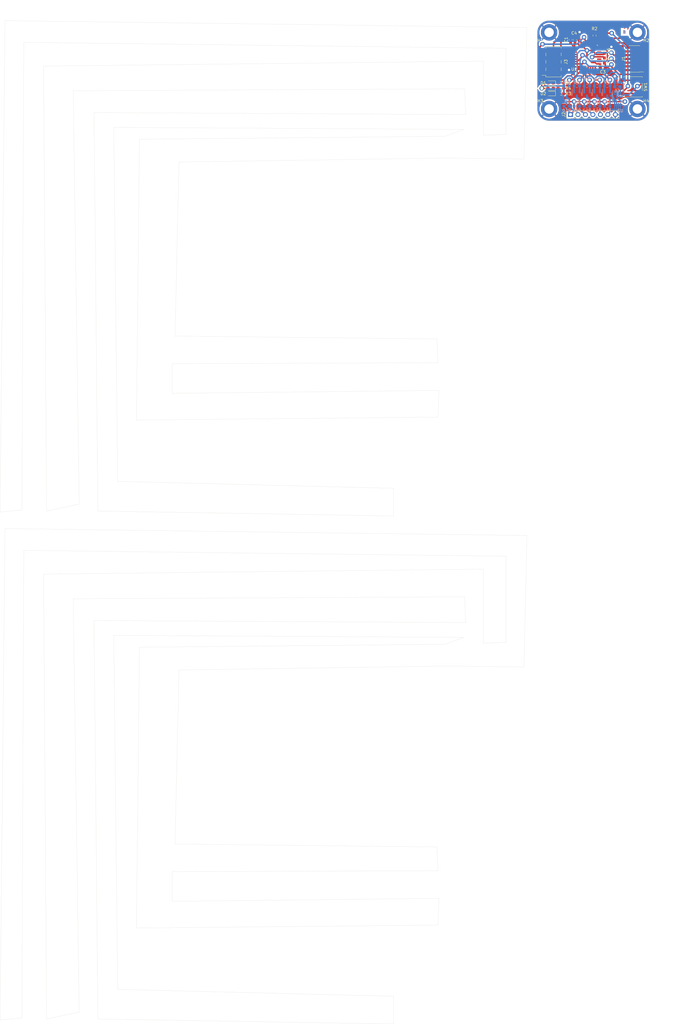
<source format=kicad_pcb>
(kicad_pcb (version 20221018) (generator pcbnew)
  (layers (0 "F.Cu" signal) (31 "B.Cu" signal) (34 "B.Paste" user) (35 "F.Paste" user) (36 "B.SilkS" user "B.Silkscreen") (37 "F.SilkS" user "F.Silkscreen") (38 "B.Mask" user) (39 "F.Mask" user) (44 "Edge.Cuts" user))
  (net 0 "")
  (net 1 "+5V-v2-")
  (net 2 "GND-v2-")
  (net 3 "+3.3V-v2-")
  (net 4 "Net-(D1-K)-v2-")
  (net 6 "Net-(D3-K)-v2-")
  (net 7 "Status_LED-v2-")
  (net 8 "Data_Clock_SNES-v2-")
  (net 9 "Data_Latch_SNES-v2-")
  (net 10 "Net-(D2-K)-v2-")
  (net 11 "Serial_Data1_SNES-v2-")
  (net 12 "Serial_Data2_SNES-v2-")
  (net 13 "SPI_Chip_Select-v2-")
  (net 14 "Chip_Enable-v2-")
  (net 15 "SPI_Digital_Input-v2-")
  (net 16 "SPI_Clock-v2-")
  (net 17 "SPI_Digital_Output-v2-")
  (net 18 "IOBit_SNES-v2-")
  (net 19 "Data_Clock_STM32-v2-")
  (net 20 "Data_Latch_STM32-v2-")
  (net 21 "Appairing_Btn-v2-")
  (net 22 "Net-(U2-BP)-v2-")
  (net 23 "SWDIO-v2-")
  (net 24 "SWDCK-v2-")
  (net 27 "NRST-v2-")
  (net 28 "USART2_RX-v2-")
  (net 29 "USART2_TX-v2-")
  (net 30 "Serial_Data1_STM32-v2-")
  (net 31 "IOBit_STM32-v2-")
  (net 32 "Serial_Data2_STM32-v2-")
  (footprint "Diode_SMD:D_0603_1608Metric_Pad1.05x0.95mm_HandSolder" (layer "F.Cu") (at 188.26875 26.05 180)
    (fp_text reference "D2")
    (fp_text value "LED_Small")
  )
  (footprint "Capacitor_SMD:C_0603_1608Metric_Pad1.08x0.95mm_HandSolder" (layer "F.Cu") (at 195.05 7.75 90)
    (fp_text reference "C1")
    (fp_text value "10u")
  )
  (footprint "Connector_PinHeader_2.54mm:PinHeader_1x07_P2.54mm_Vertical" (layer "F.Cu") (at 195 33.15 90)
    (fp_text reference "J2")
    (fp_text value "Conn_01x07_Socket")
  )
  (footprint "Capacitor_SMD:C_0603_1608Metric_Pad1.08x0.95mm_HandSolder" (layer "F.Cu") (at 206.51 14.8025 90)
    (fp_text reference "C2")
    (fp_text value "100n")
  )
  (footprint "Diode_SMD:D_0603_1608Metric_Pad1.05x0.95mm_HandSolder" (layer "F.Cu") (at 188.26875 22.45 180)
    (fp_text reference "D1")
    (fp_text value "LED_Small")
  )
  (footprint "Button_Switch_SMD:SW_SPST_B3S-1000" (layer "F.Cu") (at 216.25 23.75 180)
    (fp_text reference "SW1")
    (fp_text value "SW_SPST")
  )
  (footprint "Capacitor_SMD:C_0603_1608Metric_Pad1.08x0.95mm_HandSolder" (layer "F.Cu") (at 206.0025 17.19)
    (fp_text reference "C3")
    (fp_text value "100n")
  )
  (footprint "MountingHole:MountingHole_3.2mm_M3_DIN965_Pad" (layer "F.Cu") (at 187.75 31.25)
    (fp_text reference "H3")
    (fp_text value "MountingHole_Pad")
  )
  (footprint "MountingHole:MountingHole_3.2mm_M3_DIN965_Pad" (layer "F.Cu") (at 187.75 5.25)
    (fp_text reference "H1")
    (fp_text value "MountingHole_Pad")
  )
  (footprint "MountingHole:MountingHole_3.2mm_M3_DIN965_Pad" (layer "F.Cu") (at 217.75 5.25)
    (fp_text reference "H2")
    (fp_text value "MountingHole_Pad")
  )
  (footprint "Package_QFP:LQFP-32_7x7mm_P0.8mm" (layer "F.Cu") (at 200.6 13.15 180)
    (fp_text reference "U1")
    (fp_text value "STM32L412KBTx")
  )
  (footprint "Connector_PinHeader_1.27mm:PinHeader_2x07_P1.27mm_Vertical_SMD" (layer "F.Cu") (at 216.75 14.25 180)
    (fp_text reference "J1")
    (fp_text value "Conn_02x07_Odd_Even")
  )
  (footprint "Resistor_SMD:R_0603_1608Metric_Pad0.98x0.95mm_HandSolder" (layer "F.Cu") (at 203.17 6.32 90)
    (fp_text reference "R2")
    (fp_text value "10k")
  )
  (footprint "Diode_SMD:D_0603_1608Metric_Pad1.05x0.95mm_HandSolder" (layer "F.Cu") (at 188.26875 24.25 180)
    (fp_text reference "D3")
    (fp_text value "LED")
  )
  (footprint "Connector_PinSocket_2.54mm:PinSocket_2x04_P2.54mm_Vertical_SMD" (layer "F.Cu") (at 189.25 15.25 180)
    (fp_text reference "J3")
    (fp_text value "Conn_01x08_Socket")
  )
  (footprint "Resistor_SMD:R_0603_1608Metric_Pad0.98x0.95mm_HandSolder" (layer "F.Cu") (at 191.76875 24.25)
    (fp_text reference "R4")
    (fp_text value "1k")
  )
  (footprint "Resistor_SMD:R_0603_1608Metric_Pad0.98x0.95mm_HandSolder" (layer "F.Cu") (at 191.76875 26.05)
    (fp_text reference "R3")
    (fp_text value "1k")
  )
  (footprint "Resistor_SMD:R_0603_1608Metric_Pad0.98x0.95mm_HandSolder" (layer "F.Cu") (at 191.76875 22.45)
    (fp_text reference "R1")
    (fp_text value "1k")
  )
  (footprint "Capacitor_SMD:C_0603_1608Metric_Pad1.08x0.95mm_HandSolder" (layer "F.Cu") (at 206.51 11.5 90)
    (fp_text reference "C5")
    (fp_text value "100n")
  )
  (footprint "MountingHole:MountingHole_3.2mm_M3_DIN965_Pad" (layer "F.Cu") (at 217.75 31.25)
    (fp_text reference "H4")
    (fp_text value "MountingHole_Pad")
  )
  (footprint "Capacitor_SMD:C_0603_1608Metric_Pad1.08x0.95mm_HandSolder" (layer "F.Cu") (at 196.55 7.75 90)
    (fp_text reference "C4")
    (fp_text value "100n")
  )
  (footprint "Package_TO_SOT_SMD:SOT-23" (layer "B.Cu") (at 200.6 26.15 -90)
    (fp_text reference "Q3")
    (fp_text value "2N7002")
  )
  (footprint "Resistor_SMD:R_0603_1608Metric_Pad0.98x0.95mm_HandSolder" (layer "B.Cu") (at 207.5 30.35)
    (fp_text reference "R14")
    (fp_text value "10k")
  )
  (footprint "Capacitor_SMD:C_0603_1608Metric_Pad1.08x0.95mm_HandSolder" (layer "B.Cu") (at 210.9 23.7 180)
    (fp_text reference "C6")
    (fp_text value "470p")
  )
  (footprint "Resistor_SMD:R_0603_1608Metric_Pad0.98x0.95mm_HandSolder" (layer "B.Cu") (at 193.7 23.45)
    (fp_text reference "R5")
    (fp_text value "10k")
  )
  (footprint "Resistor_SMD:R_0603_1608Metric_Pad0.98x0.95mm_HandSolder" (layer "B.Cu") (at 197.15 30.35)
    (fp_text reference "R11")
    (fp_text value "10k")
  )
  (footprint "Resistor_SMD:R_0603_1608Metric_Pad0.98x0.95mm_HandSolder" (layer "B.Cu") (at 204.05 30.35)
    (fp_text reference "R13")
    (fp_text value "10k")
  )
  (footprint "Resistor_SMD:R_0603_1608Metric_Pad0.98x0.95mm_HandSolder" (layer "B.Cu") (at 204.05 23.45)
    (fp_text reference "R8")
    (fp_text value "10k")
  )
  (footprint "Package_TO_SOT_SMD:SOT-23" (layer "B.Cu") (at 193.7 26.15 -90)
    (fp_text reference "Q1")
    (fp_text value "2N7002")
  )
  (footprint "Capacitor_SMD:C_0603_1608Metric_Pad1.08x0.95mm_HandSolder" (layer "B.Cu") (at 210.9 22.2 180)
    (fp_text reference "C7")
    (fp_text value "2.2u")
  )
  (footprint "Resistor_SMD:R_0603_1608Metric_Pad0.98x0.95mm_HandSolder" (layer "B.Cu") (at 200.6 23.45)
    (fp_text reference "R7")
    (fp_text value "10k")
  )
  (footprint "Resistor_SMD:R_0603_1608Metric_Pad0.98x0.95mm_HandSolder" (layer "B.Cu") (at 207.5 23.45)
    (fp_text reference "R9")
    (fp_text value "10k")
  )
  (footprint "Resistor_SMD:R_0603_1608Metric_Pad0.98x0.95mm_HandSolder" (layer "B.Cu") (at 193.7 30.35)
    (fp_text reference "R10")
    (fp_text value "10k")
  )
  (footprint "Resistor_SMD:R_0603_1608Metric_Pad0.98x0.95mm_HandSolder" (layer "B.Cu") (at 200.6 30.35)
    (fp_text reference "R12")
    (fp_text value "10k")
  )
  (footprint "Package_TO_SOT_SMD:SOT-23" (layer "B.Cu") (at 207.5 26.15 -90)
    (fp_text reference "Q5")
    (fp_text value "2N7002")
  )
  (footprint "Package_SO:MSOP-8_3x3mm_P0.65mm" (layer "B.Cu") (at 211.0125 27.9 -90)
    (fp_text reference "U2")
    (fp_text value "MIC5219-3.3YMM")
  )
  (footprint "Package_TO_SOT_SMD:SOT-23" (layer "B.Cu") (at 204.05 26.15 -90)
    (fp_text reference "Q4")
    (fp_text value "2N7002")
  )
  (footprint "Resistor_SMD:R_0603_1608Metric_Pad0.98x0.95mm_HandSolder" (layer "B.Cu") (at 197.15 23.45)
    (fp_text reference "R6")
    (fp_text value "10k")
  )
  (footprint "Package_TO_SOT_SMD:SOT-23" (layer "B.Cu") (at 197.15 26.15 -90)
    (fp_text reference "Q2")
    (fp_text value "2N7002")
  )
  (gr_arc (start 217.75 1.25) (mid 220.578427 2.421573) (end 221.75 5.25) (stroke (width 0.1)) (layer "Edge.Cuts"))
  (gr_line (start 165.439937 212.69989) (end 165.439937 187.51989) (stroke (width 0.05)) (layer "Edge.Cuts"))
  (gr_line (start 48.599937 41.53989) (end 47.589937 136.89989) (stroke (width 0.05)) (layer "Edge.Cuts"))
  (gr_line (start 165.439937 15.01989) (end 16.029937 16.69989) (stroke (width 0.05)) (layer "Edge.Cuts"))
  (gr_line (start 48.599937 214.03989) (end 47.589937 309.39989) (stroke (width 0.05)) (layer "Edge.Cuts"))
  (gr_line (start 47.589937 136.89989) (end 149.999937 135.88989) (stroke (width 0.05)) (layer "Edge.Cuts"))
  (gr_line (start 159.059937 24.41989) (end 159.399937 33.14989) (stroke (width 0.05)) (layer "Edge.Cuts"))
  (gr_line (start 180.219937 3.59989) (end 2.929937 1.24989) (stroke (width 0.05)) (layer "Edge.Cuts"))
  (gr_line (start 187.75 1.25) (end 217.75 1.25) (stroke (width 0.1)) (layer "Edge.Cuts"))
  (gr_line (start 8.639937 167.44989) (end 9.309937 8.63989) (stroke (width 0.05)) (layer "Edge.Cuts"))
  (gr_line (start 134.889937 169.46989) (end 134.889937 160.06989) (stroke (width 0.05)) (layer "Edge.Cuts"))
  (gr_line (start 39.869937 37.50989) (end 158.729937 38.18989) (stroke (width 0.05)) (layer "Edge.Cuts"))
  (gr_line (start 1.249937 168.12989) (end 8.639937 167.44989) (stroke (width 0.05)) (layer "Edge.Cuts"))
  (gr_line (start 179.209937 220.75989) (end 180.219937 176.09989) (stroke (width 0.05)) (layer "Edge.Cuts"))
  (gr_line (start 217.75 35.25) (end 187.75 35.25) (stroke (width 0.1)) (layer "Edge.Cuts"))
  (gr_line (start 150.329937 126.82989) (end 59.679937 127.82989) (stroke (width 0.05)) (layer "Edge.Cuts"))
  (gr_line (start 62.029937 49.26989) (end 153.019937 47.91989) (stroke (width 0.05)) (layer "Edge.Cuts"))
  (gr_line (start 150.329937 299.32989) (end 59.679937 300.32989) (stroke (width 0.05)) (layer "Edge.Cuts"))
  (gr_line (start 59.679937 117.75989) (end 149.999937 117.42989) (stroke (width 0.05)) (layer "Edge.Cuts"))
  (gr_arc (start 221.75 31.25) (mid 220.578427 34.078427) (end 217.75 35.25) (stroke (width 0.1)) (layer "Edge.Cuts"))
  (gr_line (start 62.029937 221.76989) (end 153.019937 220.41989) (stroke (width 0.05)) (layer "Edge.Cuts"))
  (gr_line (start 34.489937 167.78989) (end 134.889937 169.46989) (stroke (width 0.05)) (layer "Edge.Cuts"))
  (gr_line (start 179.209937 48.25989) (end 180.219937 3.59989) (stroke (width 0.05)) (layer "Edge.Cuts"))
  (gr_line (start 9.309937 8.63989) (end 173.159937 10.64989) (stroke (width 0.05)) (layer "Edge.Cuts"))
  (gr_line (start 34.489937 340.28989) (end 134.889937 341.96989) (stroke (width 0.05)) (layer "Edge.Cuts"))
  (gr_line (start 26.099937 25.08989) (end 159.059937 24.41989) (stroke (width 0.05)) (layer "Edge.Cuts"))
  (gr_line (start 180.219937 176.09989) (end 2.929937 173.74989) (stroke (width 0.05)) (layer "Edge.Cuts"))
  (gr_line (start 60.679937 108.35989) (end 62.029937 49.26989) (stroke (width 0.05)) (layer "Edge.Cuts"))
  (gr_line (start 173.159937 10.64989) (end 173.159937 39.85989) (stroke (width 0.05)) (layer "Edge.Cuts"))
  (gr_line (start 165.439937 40.19989) (end 165.439937 15.01989) (stroke (width 0.05)) (layer "Edge.Cuts"))
  (gr_line (start 59.679937 300.32989) (end 59.679937 290.25989) (stroke (width 0.05)) (layer "Edge.Cuts"))
  (gr_line (start 28.119937 165.43989) (end 26.099937 25.08989) (stroke (width 0.05)) (layer "Edge.Cuts"))
  (gr_line (start 152.349937 213.03989) (end 48.599937 214.03989) (stroke (width 0.05)) (layer "Edge.Cuts"))
  (gr_line (start 59.679937 290.25989) (end 149.999937 289.92989) (stroke (width 0.05)) (layer "Edge.Cuts"))
  (gr_line (start 134.889937 341.96989) (end 134.889937 332.56989) (stroke (width 0.05)) (layer "Edge.Cuts"))
  (gr_line (start 39.869937 210.00989) (end 158.729937 210.68989) (stroke (width 0.05)) (layer "Edge.Cuts"))
  (gr_line (start 33.149937 32.47989) (end 34.489937 167.78989) (stroke (width 0.05)) (layer "Edge.Cuts"))
  (gr_line (start 41.209937 157.71989) (end 39.869937 37.50989) (stroke (width 0.05)) (layer "Edge.Cuts"))
  (gr_line (start 16.029937 16.69989) (end 17.039937 167.78989) (stroke (width 0.05)) (layer "Edge.Cuts"))
  (gr_line (start 33.149937 204.97989) (end 34.489937 340.28989) (stroke (width 0.05)) (layer "Edge.Cuts"))
  (gr_line (start 134.889937 332.56989) (end 41.209937 330.21989) (stroke (width 0.05)) (layer "Edge.Cuts"))
  (gr_line (start 173.159937 212.35989) (end 165.439937 212.69989) (stroke (width 0.05)) (layer "Edge.Cuts"))
  (gr_line (start 1.249937 340.62989) (end 8.639937 339.94989) (stroke (width 0.05)) (layer "Edge.Cuts"))
  (gr_line (start 165.439937 187.51989) (end 16.029937 189.19989) (stroke (width 0.05)) (layer "Edge.Cuts"))
  (gr_line (start 149.659937 281.86989) (end 60.679937 280.85989) (stroke (width 0.05)) (layer "Edge.Cuts"))
  (gr_line (start 221.75 5.25) (end 221.75 31.25) (stroke (width 0.1)) (layer "Edge.Cuts"))
  (gr_line (start 26.099937 197.58989) (end 159.059937 196.91989) (stroke (width 0.05)) (layer "Edge.Cuts"))
  (gr_line (start 28.119937 337.93989) (end 26.099937 197.58989) (stroke (width 0.05)) (layer "Edge.Cuts"))
  (gr_line (start 153.019937 220.41989) (end 179.209937 220.75989) (stroke (width 0.05)) (layer "Edge.Cuts"))
  (gr_line (start 59.679937 127.82989) (end 59.679937 117.75989) (stroke (width 0.05)) (layer "Edge.Cuts"))
  (gr_line (start 158.729937 38.18989) (end 152.349937 40.53989) (stroke (width 0.05)) (layer "Edge.Cuts"))
  (gr_line (start 153.019937 47.91989) (end 179.209937 48.25989) (stroke (width 0.05)) (layer "Edge.Cuts"))
  (gr_line (start 149.659937 109.36989) (end 60.679937 108.35989) (stroke (width 0.05)) (layer "Edge.Cuts"))
  (gr_line (start 16.029937 189.19989) (end 17.039937 340.28989) (stroke (width 0.05)) (layer "Edge.Cuts"))
  (gr_line (start 159.399937 33.14989) (end 33.149937 32.47989) (stroke (width 0.05)) (layer "Edge.Cuts"))
  (gr_line (start 173.159937 39.85989) (end 165.439937 40.19989) (stroke (width 0.05)) (layer "Edge.Cuts"))
  (gr_line (start 17.039937 340.28989) (end 28.119937 337.93989) (stroke (width 0.05)) (layer "Edge.Cuts"))
  (gr_line (start 2.929937 173.74989) (end 1.249937 340.62989) (stroke (width 0.05)) (layer "Edge.Cuts"))
  (gr_line (start 9.309937 181.13989) (end 173.159937 183.14989) (stroke (width 0.05)) (layer "Edge.Cuts"))
  (gr_line (start 149.999937 135.88989) (end 150.329937 126.82989) (stroke (width 0.05)) (layer "Edge.Cuts"))
  (gr_arc (start 183.75 5.25) (mid 184.921573 2.421573) (end 187.75 1.25) (stroke (width 0.1)) (layer "Edge.Cuts"))
  (gr_line (start 158.729937 210.68989) (end 152.349937 213.03989) (stroke (width 0.05)) (layer "Edge.Cuts"))
  (gr_line (start 47.589937 309.39989) (end 149.999937 308.38989) (stroke (width 0.05)) (layer "Edge.Cuts"))
  (gr_line (start 17.039937 167.78989) (end 28.119937 165.43989) (stroke (width 0.05)) (layer "Edge.Cuts"))
  (gr_line (start 183.75 31.25) (end 183.75 5.25) (stroke (width 0.1)) (layer "Edge.Cuts"))
  (gr_line (start 173.159937 183.14989) (end 173.159937 212.35989) (stroke (width 0.05)) (layer "Edge.Cuts"))
  (gr_line (start 159.399937 205.64989) (end 33.149937 204.97989) (stroke (width 0.05)) (layer "Edge.Cuts"))
  (gr_line (start 60.679937 280.85989) (end 62.029937 221.76989) (stroke (width 0.05)) (layer "Edge.Cuts"))
  (gr_arc (start 187.75 35.25) (mid 184.921573 34.078427) (end 183.75 31.25) (stroke (width 0.1)) (layer "Edge.Cuts"))
  (gr_line (start 149.999937 117.42989) (end 149.659937 109.36989) (stroke (width 0.05)) (layer "Edge.Cuts"))
  (gr_line (start 2.929937 1.24989) (end 1.249937 168.12989) (stroke (width 0.05)) (layer "Edge.Cuts"))
  (gr_line (start 41.209937 330.21989) (end 39.869937 210.00989) (stroke (width 0.05)) (layer "Edge.Cuts"))
  (gr_line (start 152.349937 40.53989) (end 48.599937 41.53989) (stroke (width 0.05)) (layer "Edge.Cuts"))
  (gr_line (start 149.999937 308.38989) (end 150.329937 299.32989) (stroke (width 0.05)) (layer "Edge.Cuts"))
  (gr_line (start 134.889937 160.06989) (end 41.209937 157.71989) (stroke (width 0.05)) (layer "Edge.Cuts"))
  (gr_line (start 159.059937 196.91989) (end 159.399937 205.64989) (stroke (width 0.05)) (layer "Edge.Cuts"))
  (gr_line (start 8.639937 339.94989) (end 9.309937 181.13989) (stroke (width 0.05)) (layer "Edge.Cuts"))
  (gr_line (start 149.999937 289.92989) (end 149.659937 281.86989) (stroke (width 0.05)) (layer "Edge.Cuts"))
  (gr_text "T" (at 212.75 5.75) (layer "F.Cu") (effects (font (size 1 1)) (justify left bottom)))
  (gr_text "SNES Plug" (at 205.75 3.75) (layer "F.Cu") (effects (font (size 1 1)) (justify left bottom)))
  (gr_text "B" (at 212.75 5.75) (layer "B.Cu") (effects (font (size 1 1)) (justify left bottom)))
  (segment (start 203.1375 28.75) (end 206.5875 28.75) (width 0.5) (layer "F.Cu") (net 1))
  (segment (start 187.39375 26.084561) (end 188.809189 27.5) (width 0.5) (layer "F.Cu") (net 1))
  (segment (start 203.1375 28.75) (end 199.6875 28.75) (width 0.5) (layer "F.Cu") (net 1))
  (segment (start 191.5 28.75) (end 196.2375 28.75) (width 0.5) (layer "F.Cu") (net 1))
  (segment (start 187.39375 26.05) (end 187.39375 26.084561) (width 0.5) (layer "F.Cu") (net 1))
  (segment (start 206.5875 28.75) (end 213.5 28.75) (width 0.5) (layer "F.Cu") (net 1))
  (segment (start 196.2375 28.75) (end 196.2375 31.9125) (width 0.5) (layer "F.Cu") (net 1))
  (segment (start 190.25 27.5) (end 191.5 28.75) (width 0.5) (layer "F.Cu") (net 1))
  (segment (start 196.2375 28.75) (end 199.6875 28.75) (width 0.3) (layer "F.Cu") (net 1))
  (segment (start 188.809189 27.5) (end 190.25 27.5) (width 0.5) (layer "F.Cu") (net 1))
  (segment (start 196.2375 31.9125) (end 195 33.15) (width 0.5) (layer "F.Cu") (net 1))
  (via (at 196.2375 28.75) (size 1.6) (drill 0.8) (layers "F.Cu" "B.Cu") (net 1))
  (via (at 199.6875 28.75) (size 1.6) (drill 0.8) (layers "F.Cu" "B.Cu") (net 1))
  (via (at 206.5875 28.75) (size 1.6) (drill 0.8) (layers "F.Cu" "B.Cu") (net 1))
  (via (at 203.1375 28.75) (size 1.6) (drill 0.8) (layers "F.Cu" "B.Cu") (net 1))
  (via (at 213.5 28.75) (size 1.6) (drill 0.8) (layers "F.Cu" "B.Cu") (net 1))
  (segment (start 196.2375 30.35) (end 196.2375 28.75) (width 0.5) (layer "B.Cu") (net 1))
  (segment (start 213.5 28.75) (end 213.4 28.65) (width 0.5) (layer "B.Cu") (net 1))
  (segment (start 195 32.5625) (end 192.7875 30.35) (width 0.5) (layer "B.Cu") (net 1))
  (segment (start 212.106739 28.65) (end 210.6875 27.230761) (width 0.5) (layer "B.Cu") (net 1))
  (segment (start 210.6875 25.7875) (end 210.6875 27.230761) (width 0.3) (layer "B.Cu") (net 1))
  (segment (start 195 33.15) (end 195 32.5625) (width 0.5) (layer "B.Cu") (net 1))
  (segment (start 213.4 28.65) (end 212.106739 28.65) (width 0.5) (layer "B.Cu") (net 1))
  (segment (start 203.1375 28.75) (end 203.1375 30.35) (width 0.5) (layer "B.Cu") (net 1))
  (segment (start 199.6875 28.75) (end 199.6875 30.35) (width 0.5) (layer "B.Cu") (net 1))
  (segment (start 206.5875 28.75) (end 206.5875 30.35) (width 0.5) (layer "B.Cu") (net 1))
  (segment (start 206.51 15.665) (end 206.51 15.591193) (width 0.5) (layer "F.Cu") (net 2))
  (segment (start 205.84 18.215) (end 206.865 17.19) (width 0.5) (layer "F.Cu") (net 2))
  (segment (start 206.865 17.19) (end 206.865 16.02) (width 0.5) (layer "F.Cu") (net 2))
  (segment (start 207.535 11.6625) (end 206.51 10.6375) (width 0.5) (layer "F.Cu") (net 2))
  (segment (start 208.899189 10.15) (end 208.411689 10.6375) (width 0.5) (layer "F.Cu") (net 2))
  (segment (start 196.55 6.8875) (end 196.55 6.7) (width 0.5) (layer "F.Cu") (net 2))
  (segment (start 204.29 18.215) (end 205.84 18.215) (width 0.5) (layer "F.Cu") (net 2))
  (segment (start 197.8 5.45) (end 197.8 8.975) (width 0.5) (layer "F.Cu") (net 2))
  (segment (start 206.865 16.02) (end 206.51 15.665) (width 0.5) (layer "F.Cu") (net 2))
  (segment (start 207.535 14.566193) (end 207.535 11.6625) (width 0.5) (layer "F.Cu") (net 2))
  (segment (start 193.44 19.06) (end 191.77 19.06) (width 0.5) (layer "F.Cu") (net 2))
  (segment (start 203.4 17.325) (end 204.29 18.215) (width 0.5) (layer "F.Cu") (net 2))
  (segment (start 206.51 15.591193) (end 207.535 14.566193) (width 0.5) (layer "F.Cu") (net 2))
  (segment (start 208.411689 10.6375) (end 206.51 10.6375) (width 0.5) (layer "F.Cu") (net 2))
  (segment (start 198.1 5.15) (end 197.8 5.45) (width 0.5) (layer "F.Cu") (net 2))
  (segment (start 194.5 18) (end 193.44 19.06) (width 0.5) (layer "F.Cu") (net 2))
  (segment (start 196.55 6.7) (end 198.1 5.15) (width 0.5) (layer "F.Cu") (net 2))
  (segment (start 195.05 6.8875) (end 196.55 6.8875) (width 0.5) (layer "F.Cu") (net 2))
  (via (at 194.5 18) (size 1.6) (drill 0.8) (layers "F.Cu" "B.Cu") (net 2))
  (via (at 210.0375 20.15) (size 1.6) (drill 0.8) (layers "F.Cu" "B.Cu") (net 2))
  (via (at 198.1 5.15) (size 1.6) (drill 0.8) (layers "F.Cu" "B.Cu") (net 2))
  (via (at 208.899189 10.15) (size 1.6) (drill 0.8) (layers "F.Cu" "B.Cu") (net 2))
  (segment (start 201.15 5.15) (end 198.1 5.15) (width 0.5) (layer "B.Cu") (net 2))
  (segment (start 210.0375 22.2) (end 210.0375 20.15) (width 0.5) (layer "B.Cu") (net 2))
  (segment (start 210.0375 22.2) (end 210.0375 23.7) (width 0.5) (layer "B.Cu") (net 2))
  (segment (start 206.15 10.15) (end 201.15 5.15) (width 0.5) (layer "B.Cu") (net 2))
  (segment (start 208.899189 10.15) (end 206.15 10.15) (width 0.5) (layer "B.Cu") (net 2))
  (segment (start 210.0375 20.1875) (end 210 20.15) (width 0.5) (layer "B.Cu") (net 2))
  (segment (start 195.05 8.6125) (end 195.05 8.975) (width 0.5) (layer "F.Cu") (net 3))
  (segment (start 185.25 20.54) (end 186.73 19.06) (width 0.5) (layer "F.Cu") (net 3))
  (segment (start 187.39375 24.25) (end 185.25 24.25) (width 0.5) (layer "F.Cu") (net 3))
  (segment (start 200.6 11.4) (end 199.55 10.35) (width 0.5) (layer "F.Cu") (net 3))
  (segment (start 202.290811 15.5) (end 200.6 13.809189) (width 0.5) (layer "F.Cu") (net 3))
  (segment (start 195.05 8.975) (end 196.425 10.35) (width 0.5) (layer "F.Cu") (net 3))
  (segment (start 185.25 24.25) (end 185.25 20.54) (width 0.5) (layer "F.Cu") (net 3))
  (segment (start 220.225 21.5) (end 220.75 20.975) (width 0.5) (layer "F.Cu") (net 3))
  (segment (start 199.55 10.35) (end 196.425 10.35) (width 0.5) (layer "F.Cu") (net 3))
  (segment (start 203.870406 15.95) (end 203.420406 15.5) (width 0.5) (layer "F.Cu") (net 3))
  (segment (start 196.425 8.7375) (end 196.55 8.6125) (width 0.5) (layer "F.Cu") (net 3))
  (segment (start 218.7 16.79) (end 220.4 16.79) (width 0.5) (layer "F.Cu") (net 3))
  (segment (start 212.275 21.5) (end 220.225 21.5) (width 0.5) (layer "F.Cu") (net 3))
  (segment (start 202.4 11.4) (end 200.6 11.4) (width 0.5) (layer "F.Cu") (net 3))
  (segment (start 220.75 20.975) (end 220.75 17.14) (width 0.5) (layer "F.Cu") (net 3))
  (segment (start 204.775 12.75) (end 203.75 12.75) (width 0.5) (layer "F.Cu") (net 3))
  (segment (start 203.75 12.75) (end 202.4 11.4) (width 0.5) (layer "F.Cu") (net 3))
  (segment (start 206.51 12.3625) (end 206.1225 12.75) (width 0.5) (layer "F.Cu") (net 3))
  (segment (start 205.14 17.19) (end 205.14 16.315) (width 0.5) (layer "F.Cu") (net 3))
  (segment (start 200.6 13.809189) (end 200.6 11.4) (width 0.5) (layer "F.Cu") (net 3))
  (segment (start 206.1225 12.75) (end 204.775 12.75) (width 0.5) (layer "F.Cu") (net 3))
  (segment (start 217.75 23.5) (end 218.225 23.5) (width 0.5) (layer "F.Cu") (net 3))
  (segment (start 204.775 15.95) (end 203.870406 15.95) (width 0.5) (layer "F.Cu") (net 3))
  (segment (start 218.225 23.5) (end 220.225 21.5) (width 0.5) (layer "F.Cu") (net 3))
  (segment (start 203.420406 15.5) (end 202.290811 15.5) (width 0.5) (layer "F.Cu") (net 3))
  (segment (start 220.4 16.79) (end 220.75 17.14) (width 0.5) (layer "F.Cu") (net 3))
  (segment (start 196.425 10.35) (end 196.425 8.7375) (width 0.5) (layer "F.Cu") (net 3))
  (segment (start 205.14 16.315) (end 204.775 15.95) (width 0.5) (layer "F.Cu") (net 3))
  (via (at 185.25 24.25) (size 1.6) (drill 0.8) (layers "F.Cu" "B.Cu") (net 3))
  (via (at 217.75 23.5) (size 1.6) (drill 0.8) (layers "F.Cu" "B.Cu") (net 3))
  (via (at 200.6 11.4) (size 1.6) (drill 0.8) (layers "F.Cu" "B.Cu") (net 3))
  (segment (start 210.596689 18.8) (end 208.903311 18.8) (width 0.5) (layer "B.Cu") (net 3))
  (segment (start 204.203311 20.05) (end 203.1375 21.115811) (width 0.5) (layer "B.Cu") (net 3))
  (segment (start 196.2 23.4875) (end 196.2375 23.45) (width 0.5) (layer "B.Cu") (net 3))
  (segment (start 214.743261 26.506739) (end 217.75 23.5) (width 0.5) (layer "B.Cu") (net 3))
  (segment (start 196.2375 21.115811) (end 196.2375 23.45) (width 0.5) (layer "B.Cu") (net 3))
  (segment (start 211.7625 19.965811) (end 210.596689 18.8) (width 0.5) (layer "B.Cu") (net 3))
  (segment (start 197.303311 20.05) (end 196.2375 21.115811) (width 0.5) (layer "B.Cu") (net 3))
  (segment (start 211.3375 25.7875) (end 211.3375 26.727817) (width 0.3) (layer "B.Cu") (net 3))
  (segment (start 213 26.506739) (end 213 22.75) (width 0.5) (layer "B.Cu") (net 3))
  (segment (start 212.356739 27.15) (end 211.759683 27.15) (width 0.5) (layer "B.Cu") (net 3))
  (segment (start 196.2 25.2125) (end 196.2 23.4875) (width 0.5) (layer "B.Cu") (net 3))
  (segment (start 213 22.75) (end 212.45 22.2) (width 0.5) (layer "B.Cu") (net 3))
  (segment (start 211.3375 26.727817) (end 211.759683 27.15) (width 0.3) (layer "B.Cu") (net 3))
  (segment (start 185.25 24.25) (end 186.05 23.45) (width 0.5) (layer "B.Cu") (net 3))
  (segment (start 206.55 25.2125) (end 206.55 23.4875) (width 0.5) (layer "B.Cu") (net 3))
  (segment (start 186.05 23.45) (end 192.7875 23.45) (width 0.5) (layer "B.Cu") (net 3))
  (segment (start 199.6875 21.115811) (end 200.753311 20.05) (width 0.5) (layer "B.Cu") (net 3))
  (segment (start 200.753311 20.05) (end 202.071689 20.05) (width 0.5) (layer "B.Cu") (net 3))
  (segment (start 206.5875 21.115811) (end 205.521689 20.05) (width 0.5) (layer "B.Cu") (net 3))
  (segment (start 206.55 23.4875) (end 206.5875 23.45) (width 0.5) (layer "B.Cu") (net 3))
  (segment (start 199.65 23.4875) (end 199.6875 23.45) (width 0.5) (layer "B.Cu") (net 3))
  (segment (start 212.45 22.2) (end 211.7625 22.2) (width 0.5) (layer "B.Cu") (net 3))
  (segment (start 203.1 25.2125) (end 203.1 23.4875) (width 0.5) (layer "B.Cu") (net 3))
  (segment (start 199.6875 21.115811) (end 198.621689 20.05) (width 0.5) (layer "B.Cu") (net 3))
  (segment (start 203.1 23.4875) (end 203.1375 23.45) (width 0.5) (layer "B.Cu") (net 3))
  (segment (start 195.171689 20.05) (end 196.2375 21.115811) (width 0.5) (layer "B.Cu") (net 3))
  (segment (start 211.7625 22.2) (end 211.7625 19.965811) (width 0.5) (layer "B.Cu") (net 3))
  (segment (start 200.6 11.4) (end 198.35 11.4) (width 0.5) (layer "B.Cu") (net 3))
  (segment (start 192.75 25.2125) (end 192.75 23.4875) (width 0.5) (layer "B.Cu") (net 3))
  (segment (start 202.071689 20.05) (end 203.1375 21.115811) (width 0.5) (layer "B.Cu") (net 3))
  (segment (start 192.7875 23.45) (end 192.7875 21.315811) (width 0.5) (layer "B.Cu") (net 3))
  (segment (start 205.521689 20.05) (end 204.203311 20.05) (width 0.5) (layer "B.Cu") (net 3))
  (segment (start 194.053311 20.05) (end 195.171689 20.05) (width 0.5) (layer "B.Cu") (net 3))
  (segment (start 198.621689 20.05) (end 197.303311 20.05) (width 0.5) (layer "B.Cu") (net 3))
  (segment (start 213 26.506739) (end 212.356739 27.15) (width 0.5) (layer "B.Cu") (net 3))
  (segment (start 199.65 25.2125) (end 199.65 23.4875) (width 0.5) (layer "B.Cu") (net 3))
  (segment (start 197.303311 12.446689) (end 197.303311 20.05) (width 0.5) (layer "B.Cu") (net 3))
  (segment (start 199.6875 23.45) (end 199.6875 21.115811) (width 0.5) (layer "B.Cu") (net 3))
  (segment (start 203.1375 21.115811) (end 203.1375 23.45) (width 0.5) (layer "B.Cu") (net 3))
  (segment (start 208.903311 18.8) (end 206.5875 21.115811) (width 0.5) (layer "B.Cu") (net 3))
  (segment (start 214.743261 26.506739) (end 213 26.506739) (width 0.5) (layer "B.Cu") (net 3))
  (segment (start 206.5875 23.45) (end 206.5875 21.115811) (width 0.5) (layer "B.Cu") (net 3))
  (segment (start 198.35 11.4) (end 197.303311 12.446689) (width 0.5) (layer "B.Cu") (net 3))
  (segment (start 192.75 23.4875) (end 192.7875 23.45) (width 0.5) (layer "B.Cu") (net 3))
  (segment (start 192.7875 21.315811) (end 194.053311 20.05) (width 0.5) (layer "B.Cu") (net 3))
  (segment (start 190.85625 22.45) (end 189.14375 22.45) (width 0.5) (layer "F.Cu") (net 4))
  (segment (start 190.85625 24.25) (end 189.14375 24.25) (width 0.5) (layer "F.Cu") (net 6))
  (segment (start 194 20) (end 195.125 20) (width 0.5) (layer "F.Cu") (net 7))
  (segment (start 195.125 20) (end 197.8 17.325) (width 0.5) (layer "F.Cu") (net 7))
  (segment (start 192.575 21.425) (end 194 20) (width 0.5) (layer "F.Cu") (net 7))
  (segment (start 187.39375 22.45) (end 188.41875 21.425) (width 0.5) (layer "F.Cu") (net 7))
  (segment (start 188.41875 21.425) (end 192.575 21.425) (width 0.5) (layer "F.Cu") (net 7))
  (segment (start 197.54 32.54) (end 196.75 31.75) (width 0.5) (layer "B.Cu") (net 8))
  (segment (start 196.75 31.75) (end 196.0125 31.75) (width 0.5) (layer "B.Cu") (net 8))
  (segment (start 194.6125 30.35) (end 194.6125 28) (width 0.5) (layer "B.Cu") (net 8))
  (segment (start 196.0125 31.75) (end 194.6125 30.35) (width 0.5) (layer "B.Cu") (net 8))
  (segment (start 197.54 33.15) (end 197.54 32.54) (width 0.5) (layer "B.Cu") (net 8))
  (segment (start 194.6125 28) (end 193.7 27.0875) (width 0.5) (layer "B.Cu") (net 8))
  (segment (start 198.0625 31.2125) (end 200 33.15) (width 0.5) (layer "B.Cu") (net 9))
  (segment (start 198.0625 28) (end 197.15 27.0875) (width 0.5) (layer "B.Cu") (net 9))
  (segment (start 198.0625 30.35) (end 198.0625 28) (width 0.5) (layer "B.Cu") (net 9))
  (segment (start 198.0625 30.35) (end 198.0625 31.2125) (width 0.5) (layer "B.Cu") (net 9))
  (segment (start 189.14375 26.05) (end 190.85625 26.05) (width 0.5) (layer "F.Cu") (net 10))
  (segment (start 201.5125 30.35) (end 201.5125 28) (width 0.5) (layer "B.Cu") (net 11))
  (segment (start 201.5125 32.1625) (end 202.5 33.15) (width 0.5) (layer "B.Cu") (net 11))
  (segment (start 201.5125 30.35) (end 201.5125 32.1625) (width 0.5) (layer "B.Cu") (net 11))
  (segment (start 201.5125 28) (end 200.6 27.0875) (width 0.5) (layer "B.Cu") (net 11))
  (segment (start 204.9625 33.1125) (end 205 33.15) (width 0.5) (layer "B.Cu") (net 12))
  (segment (start 204.9625 30.35) (end 204.9625 33.1125) (width 0.5) (layer "B.Cu") (net 12))
  (segment (start 204.9625 30.35) (end 204.9625 28) (width 0.5) (layer "B.Cu") (net 12))
  (segment (start 204.9625 28) (end 204.05 27.0875) (width 0.5) (layer "B.Cu") (net 12))
  (segment (start 188 15.25) (end 186.73 16.52) (width 0.5) (layer "F.Cu") (net 13))
  (segment (start 194 12) (end 194 14.75) (width 0.5) (layer "F.Cu") (net 13))
  (segment (start 196.425 11.15) (end 194.85 11.15) (width 0.5) (layer "F.Cu") (net 13))
  (segment (start 193.5 15.25) (end 188 15.25) (width 0.5) (layer "F.Cu") (net 13))
  (segment (start 194 14.75) (end 193.5 15.25) (width 0.5) (layer "F.Cu") (net 13))
  (segment (start 194.85 11.15) (end 194 12) (width 0.5) (layer "F.Cu") (net 13))
  (segment (start 194.23 16.52) (end 195.125 15.625) (width 0.5) (layer "F.Cu") (net 14))
  (segment (start 195.125 15.625) (end 195.125 12.345406) (width 0.5) (layer "F.Cu") (net 14))
  (segment (start 195.520406 11.95) (end 196.425 11.95) (width 0.5) (layer "F.Cu") (net 14))
  (segment (start 195.125 12.345406) (end 195.520406 11.95) (width 0.5) (layer "F.Cu") (net 14))
  (segment (start 191.77 16.52) (end 194.23 16.52) (width 0.5) (layer "F.Cu") (net 14))
  (segment (start 198.8 3.8) (end 201 6) (width 0.5) (layer "F.Cu") (net 15))
  (segment (start 201 6) (end 201 8.975) (width 0.5) (layer "F.Cu") (net 15))
  (segment (start 191.77 11.44) (end 191.77 8.516307) (width 0.5) (layer "F.Cu") (net 15))
  (segment (start 191.77 8.516307) (end 196.486307 3.8) (width 0.5) (layer "F.Cu") (net 15))
  (segment (start 196.486307 3.8) (end 198.8 3.8) (width 0.5) (layer "F.Cu") (net 15))
  (segment (start 199.75 2.5) (end 201.8 4.55) (width 0.5) (layer "F.Cu") (net 16))
  (segment (start 195.75 2.5) (end 199.75 2.5) (width 0.5) (layer "F.Cu") (net 16))
  (segment (start 190.77 13.98) (end 189.25 12.46) (width 0.5) (layer "F.Cu") (net 16))
  (segment (start 201.8 4.55) (end 201.8 8.975) (width 0.5) (layer "F.Cu") (net 16))
  (segment (start 189.25 12.46) (end 189.25 9) (width 0.5) (layer "F.Cu") (net 16))
  (segment (start 189.25 9) (end 195.75 2.5) (width 0.5) (layer "F.Cu") (net 16))
  (segment (start 191.77 13.98) (end 190.77 13.98) (width 0.5) (layer "F.Cu") (net 16))
  (segment (start 184.68 12.93) (end 184.68 10.07) (width 0.5) (layer "F.Cu") (net 17))
  (segment (start 199.6 7.470406) (end 200.2 8.070406) (width 0.5) (layer "F.Cu") (net 17))
  (segment (start 200.2 8.070406) (end 200.2 8.975) (width 0.5) (layer "F.Cu") (net 17))
  (segment (start 184.68 10.07) (end 185.5 9.25) (width 0.5) (layer "F.Cu") (net 17))
  (segment (start 199.6 6.9) (end 199.6 7.470406) (width 0.5) (layer "F.Cu") (net 17))
  (segment (start 185.73 13.98) (end 184.68 12.93) (width 0.5) (layer "F.Cu") (net 17))
  (segment (start 186.73 13.98) (end 185.73 13.98) (width 0.5) (layer "F.Cu") (net 17))
  (via (at 199.6 6.9) (size 1.6) (drill 0.8) (layers "F.Cu" "B.Cu") (net 17))
  (via (at 185.5 9.25) (size 1.6) (drill 0.8) (layers "F.Cu" "B.Cu") (net 17))
  (segment (start 185.5 9.25) (end 197.25 9.25) (width 0.5) (layer "B.Cu") (net 17))
  (segment (start 197.25 9.25) (end 199.6 6.9) (width 0.5) (layer "B.Cu") (net 17))
  (segment (start 208.4125 32.2375) (end 207.5 33.15) (width 0.5) (layer "B.Cu") (net 18))
  (segment (start 208.4125 30.35) (end 208.4125 28) (width 0.5) (layer "B.Cu") (net 18))
  (segment (start 208.4125 28) (end 207.5 27.0875) (width 0.5) (layer "B.Cu") (net 18))
  (segment (start 208.4125 30.35) (end 208.4125 32.2375) (width 0.5) (layer "B.Cu") (net 18))
  (segment (start 198.6 18.229594) (end 198.6 17.325) (width 0.5) (layer "F.Cu") (net 19))
  (segment (start 194.6125 21.4) (end 195.429594 21.4) (width 0.5) (layer "F.Cu") (net 19))
  (segment (start 195.429594 21.4) (end 198.6 18.229594) (width 0.5) (layer "F.Cu") (net 19))
  (via (at 194.6125 21.4) (size 1.6) (drill 0.8) (layers "F.Cu" "B.Cu") (net 19))
  (segment (start 194.65 23.4875) (end 194.6125 23.45) (width 0.5) (layer "B.Cu") (net 19))
  (segment (start 194.65 25.2125) (end 194.65 23.4875) (width 0.5) (layer "B.Cu") (net 19))
  (segment (start 194.6125 23.45) (end 194.6125 21.4) (width 0.5) (layer "B.Cu") (net 19))
  (segment (start 198.0625 21.4) (end 199.4 20.0625) (width 0.5) (layer "F.Cu") (net 20))
  (segment (start 199.4 20.0625) (end 199.4 17.325) (width 0.5) (layer "F.Cu") (net 20))
  (via (at 198.0625 21.4) (size 1.6) (drill 0.8) (layers "F.Cu" "B.Cu") (net 20))
  (segment (start 198.1 23.4875) (end 198.0625 23.45) (width 0.5) (layer "B.Cu") (net 20))
  (segment (start 198.1 25.2125) (end 198.1 23.4875) (width 0.5) (layer "B.Cu") (net 20))
  (segment (start 198.0625 23.45) (end 198.0625 21.4) (width 0.5) (layer "B.Cu") (net 20))
  (segment (start 214.5 23.5) (end 214.5 23.75) (width 0.5) (layer "F.Cu") (net 21))
  (segment (start 202.6 8.975) (end 202.6 7.8025) (width 0.5) (layer "F.Cu") (net 21))
  (segment (start 204.9025 5.5) (end 203.17 7.2325) (width 0.5) (layer "F.Cu") (net 21))
  (segment (start 214.5 23.75) (end 212.275 25.975) (width 0.5) (layer "F.Cu") (net 21))
  (segment (start 212.275 25.975) (end 212.275 26) (width 0.5) (layer "F.Cu") (net 21))
  (segment (start 220.225 26) (end 212.275 26) (width 0.5) (layer "F.Cu") (net 21))
  (segment (start 209 5.5) (end 204.9025 5.5) (width 0.5) (layer "F.Cu") (net 21))
  (segment (start 202.6 7.8025) (end 203.17 7.2325) (width 0.5) (layer "F.Cu") (net 21))
  (via (at 214.5 23.5) (size 1.6) (drill 0.8) (layers "F.Cu" "B.Cu") (net 21))
  (via (at 209 5.5) (size 1.6) (drill 0.8) (layers "F.Cu" "B.Cu") (net 21))
  (segment (start 214.5 11) (end 209 5.5) (width 0.5) (layer "B.Cu") (net 21))
  (segment (start 214.5 23.5) (end 214.5 11) (width 0.5) (layer "B.Cu") (net 21))
  (segment (start 211.9875 23.925) (end 211.7625 23.7) (width 0.3) (layer "B.Cu") (net 22))
  (segment (start 211.9875 25.7875) (end 211.9875 23.925) (width 0.3) (layer "B.Cu") (net 22))
  (segment (start 196.425 15.15) (end 197.329594 15.15) (width 0.5) (layer "F.Cu") (net 23))
  (segment (start 199.1 13.379594) (end 199.1 13) (width 0.5) (layer "F.Cu") (net 23))
  (segment (start 214.8 18.06) (end 212.809189 18.06) (width 0.5) (layer "F.Cu") (net 23))
  (segment (start 212.809189 18.06) (end 208.899189 14.15) (width 0.5) (layer "F.Cu") (net 23))
  (segment (start 197.329594 15.15) (end 199.1 13.379594) (width 0.5) (layer "F.Cu") (net 23))
  (via (at 208.899189 14.15) (size 1.6) (drill 0.8) (layers "F.Cu" "B.Cu") (net 23))
  (via (at 199.1 13) (size 1.6) (drill 0.8) (layers "F.Cu" "B.Cu") (net 23))
  (segment (start 208.049189 15) (end 208.899189 14.15) (width 0.5) (layer "B.Cu") (net 23))
  (segment (start 199.1 13) (end 199.75 13) (width 0.5) (layer "B.Cu") (net 23))
  (segment (start 201.75 15) (end 208.049189 15) (width 0.5) (layer "B.Cu") (net 23))
  (segment (start 199.75 13) (end 201.75 15) (width 0.5) (layer "B.Cu") (net 23))
  (segment (start 217.87 18.06) (end 216.43 19.5) (width 0.5) (layer "F.Cu") (net 24))
  (segment (start 199.05 15.95) (end 196.425 15.95) (width 0.5) (layer "F.Cu") (net 24))
  (segment (start 199.75 15.25) (end 199.05 15.95) (width 0.5) (layer "F.Cu") (net 24))
  (segment (start 218.7 18.06) (end 217.87 18.06) (width 0.5) (layer "F.Cu") (net 24))
  (segment (start 208.899189 16.899189) (end 208.899189 16.15) (width 0.5) (layer "F.Cu") (net 24))
  (segment (start 216.43 19.5) (end 211.5 19.5) (width 0.5) (layer "F.Cu") (net 24))
  (segment (start 211.5 19.5) (end 208.899189 16.899189) (width 0.5) (layer "F.Cu") (net 24))
  (via (at 199.75 15.25) (size 1.6) (drill 0.8) (layers "F.Cu" "B.Cu") (net 24))
  (via (at 208.899189 16.15) (size 1.6) (drill 0.8) (layers "F.Cu" "B.Cu") (net 24))
  (segment (start 201.25 16.75) (end 208.299189 16.75) (width 0.5) (layer "B.Cu") (net 24))
  (segment (start 208.299189 16.75) (end 208.899189 16.15) (width 0.5) (layer "B.Cu") (net 24))
  (segment (start 199.75 15.25) (end 201.25 16.75) (width 0.5) (layer "B.Cu") (net 24))
  (segment (start 206.51 13.94) (end 206.12 13.55) (width 0.5) (layer "F.Cu") (net 27))
  (segment (start 204.775 13.55) (end 202.45 13.55) (width 0.5) (layer "F.Cu") (net 27))
  (segment (start 209.729189 12.98) (end 208.899189 12.15) (width 0.5) (layer "F.Cu") (net 27))
  (segment (start 214.8 12.98) (end 209.729189 12.98) (width 0.5) (layer "F.Cu") (net 27))
  (segment (start 202.45 13.55) (end 202.35 13.65) (width 0.5) (layer "F.Cu") (net 27))
  (segment (start 206.12 13.55) (end 204.775 13.55) (width 0.5) (layer "F.Cu") (net 27))
  (via (at 208.899189 12.15) (size 1.6) (drill 0.8) (layers "F.Cu" "B.Cu") (net 27))
  (via (at 202.35 13.65) (size 1.6) (drill 0.8) (layers "F.Cu" "B.Cu") (net 27))
  (segment (start 203.85 12.15) (end 202.35 13.65) (width 0.5) (layer "B.Cu") (net 27))
  (segment (start 208.899189 12.15) (end 203.85 12.15) (width 0.5) (layer "B.Cu") (net 27))
  (segment (start 203.4 8.975) (end 205.125 7.25) (width 0.5) (layer "F.Cu") (net 28))
  (segment (start 205.125 7.25) (end 214.28 7.25) (width 0.5) (layer "F.Cu") (net 28))
  (segment (start 216.75 9.72) (end 216.75 11.25) (width 0.5) (layer "F.Cu") (net 28))
  (segment (start 214.28 7.25) (end 216.75 9.72) (width 0.5) (layer "F.Cu") (net 28))
  (segment (start 216.75 11.25) (end 216.29 11.71) (width 0.5) (layer "F.Cu") (net 28))
  (segment (start 216.29 11.71) (end 214.8 11.71) (width 0.5) (layer "F.Cu") (net 28))
  (segment (start 214.8 10.44) (end 213.16 8.8) (width 0.5) (layer "F.Cu") (net 29))
  (segment (start 213.16 8.8) (end 206.325 8.8) (width 0.5) (layer "F.Cu") (net 29))
  (segment (start 206.325 8.8) (end 204.775 10.35) (width 0.5) (layer "F.Cu") (net 29))
  (segment (start 200.2 20.0875) (end 201.5125 21.4) (width 0.5) (layer "F.Cu") (net 30))
  (segment (start 200.2 17.325) (end 200.2 20.0875) (width 0.5) (layer "F.Cu") (net 30))
  (via (at 201.5125 21.4) (size 1.6) (drill 0.8) (layers "F.Cu" "B.Cu") (net 30))
  (segment (start 201.55 23.4875) (end 201.5125 23.45) (width 0.5) (layer "B.Cu") (net 30))
  (segment (start 201.5125 23.45) (end 201.5125 21.4) (width 0.5) (layer "B.Cu") (net 30))
  (segment (start 201.55 25.2125) (end 201.55 23.4875) (width 0.5) (layer "B.Cu") (net 30))
  (segment (start 201.8 18.560964) (end 201.8 17.325) (width 0.5) (layer "F.Cu") (net 31))
  (segment (start 206.5625 19.55) (end 202.789036 19.55) (width 0.5) (layer "F.Cu") (net 31))
  (segment (start 208.4125 21.4) (end 206.5625 19.55) (width 0.5) (layer "F.Cu") (net 31))
  (segment (start 202.789036 19.55) (end 201.8 18.560964) (width 0.5) (layer "F.Cu") (net 31))
  (via (at 208.4125 21.4) (size 1.6) (drill 0.8) (layers "F.Cu" "B.Cu") (net 31))
  (segment (start 208.45 23.4875) (end 208.4125 23.45) (width 0.5) (layer "B.Cu") (net 31))
  (segment (start 208.4125 23.45) (end 208.4125 21.4) (width 0.5) (layer "B.Cu") (net 31))
  (segment (start 208.45 25.2125) (end 208.45 23.4875) (width 0.5) (layer "B.Cu") (net 31))
  (segment (start 204.9625 21.4) (end 203.421689 21.4) (width 0.5) (layer "F.Cu") (net 32))
  (segment (start 203.421689 21.4) (end 201 18.978311) (width 0.5) (layer "F.Cu") (net 32))
  (segment (start 201 18.978311) (end 201 17.325) (width 0.5) (layer "F.Cu") (net 32))
  (via (at 204.9625 21.4) (size 1.6) (drill 0.8) (layers "F.Cu" "B.Cu") (net 32))
  (segment (start 205 23.4875) (end 204.9625 23.45) (width 0.5) (layer "B.Cu") (net 32))
  (segment (start 205 25.2125) (end 205 23.4875) (width 0.5) (layer "B.Cu") (net 32))
  (segment (start 204.9625 23.45) (end 204.9625 21.4) (width 0.5) (layer "B.Cu") (net 32))
  (zone (net 2) (net_name "GND-v2-") (layer "F.Cu") (connect_pads (clearance 0.5)) (min_thickness 0.25) (fill yes (thermal_gap 0.5) (thermal_bridge_width 0.5))
    (polygon (pts (xy 183.75 1.25) (xy 221.75 1.25) (xy 221.75 35.25) (xy 183.75 35.25)))
  )
  (zone (net 2) (net_name "GND-v2-") (layer "B.Cu") (priority 1) (connect_pads (clearance 0.5)) (min_thickness 0.25) (fill yes (thermal_gap 0.5) (thermal_bridge_width 0.5))
    (polygon (pts (xy 183.75 1.25) (xy 221.75 1.25) (xy 221.75 35.25) (xy 183.75 35.25)))
  )
)
</source>
